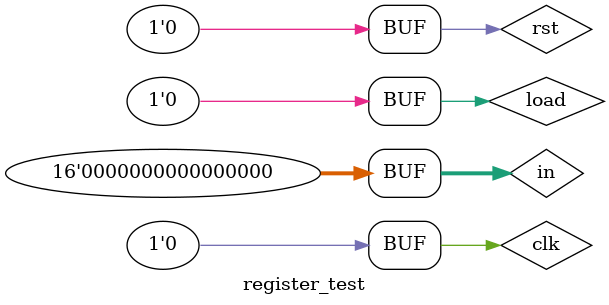
<source format=v>
`timescale 1ns / 1ps


module register_test;

	// Inputs
	reg [15:0] in;
	reg clk;
	reg load;
	reg rst;

	// Outputs
	wire [15:0] out;

	// Instantiate the Unit Under Test (UUT)
	accumulator16b uut (
		.out(out), 
		.in(in), 
		.clk(clk), 
		.load(load), 
		.rst(rst)
	);

	initial begin
		// Initialize Inputs
		in = 0;
		clk = 0;
		load = 0;
		rst = 0;

		// Wait 100 ns for global reset to finish
		#100;
        
		// Add stimulus here

	end
      
endmodule


</source>
